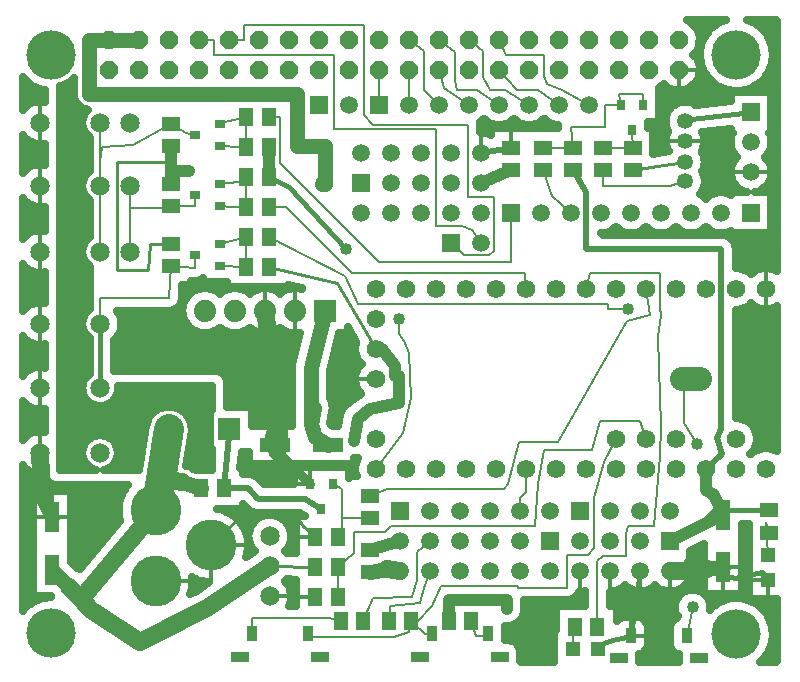
<source format=gtl>
G04 DipTrace 3.1.0.1*
G04 TeensyArbotixXYZRPIV0.3.gtl*
%MOIN*%
G04 #@! TF.FileFunction,Copper,L1,Top*
G04 #@! TF.Part,Single*
%AMOUTLINE0*5,1,8,0,0,0.065199,-22.499571*%
%AMOUTLINE1*
4,1,4,
-0.0175,-0.025,
-0.0175,0.025,
0.0175,0.025,
0.0175,-0.025,
-0.0175,-0.025,
0*%
%AMOUTLINE2*
4,1,4,
0.0285,-0.0155,
-0.0285,-0.0155,
-0.0285,0.0155,
0.0285,0.0155,
0.0285,-0.0155,
0*%
G04 #@! TA.AperFunction,ViaPad*
%ADD13C,0.04*%
G04 #@! TA.AperFunction,Conductor*
%ADD14C,0.015*%
%ADD15C,0.02*%
%ADD16C,0.01*%
%ADD17C,0.008*%
G04 #@! TA.AperFunction,ViaPad*
%ADD18C,0.05*%
G04 #@! TA.AperFunction,Conductor*
%ADD19C,0.1*%
%ADD20C,0.06*%
%ADD21C,0.059055*%
%ADD22C,0.031496*%
%ADD23C,0.051181*%
G04 #@! TA.AperFunction,CopperBalancing*
%ADD26C,0.025*%
%ADD27C,0.013*%
%ADD29R,0.05X0.1*%
%ADD30R,0.1X0.05*%
%ADD31R,0.059055X0.051181*%
G04 #@! TA.AperFunction,ComponentPad*
%ADD32R,0.059055X0.059055*%
%ADD33C,0.059055*%
%ADD36C,0.17*%
%ADD38C,0.065199*%
%ADD39R,0.047244X0.047244*%
G04 #@! TA.AperFunction,ComponentPad*
%ADD40C,0.05315*%
%ADD41R,0.035433X0.031496*%
G04 #@! TA.AperFunction,ComponentPad*
%ADD42R,0.074803X0.074803*%
%ADD43C,0.074803*%
%ADD44R,0.031496X0.035433*%
%ADD45R,0.051181X0.059055*%
G04 #@! TA.AperFunction,ComponentPad*
%ADD49O,0.14X0.08*%
%ADD50C,0.06194*%
%ADD51R,0.074X0.074*%
%ADD52C,0.074*%
G04 #@! TA.AperFunction,ViaPad*
%ADD54C,0.165*%
G04 #@! TA.AperFunction,ComponentPad*
%ADD111OUTLINE0*%
%ADD112OUTLINE1*%
%ADD113OUTLINE2*%
%FSLAX26Y26*%
G04*
G70*
G90*
G75*
G01*
G04 Top*
%LPD*%
X2923231Y941280D2*
D14*
X2738511D1*
X2681508Y884277D1*
X2770424Y926334D1*
X2713404Y1080033D2*
D13*
Y1009020D1*
X2741235Y992196D1*
X2770424Y926334D1*
X2593701Y838701D2*
X2770424Y926334D1*
X1538701Y1173701D2*
X1551864Y1247502D1*
X1593701Y1278701D1*
X1688701Y1298701D1*
Y1388701D1*
X1676226D1*
Y1422795D1*
X1633604Y1480033D1*
X1613404D1*
X1593701Y811103D2*
X1693701Y838701D1*
X1256103Y2153701D2*
Y2053701D1*
X2048701Y613701D2*
Y643701D1*
X1856299D1*
Y573701D1*
X1513701Y1813701D2*
D14*
X1323701Y2018701D1*
X1256103Y2053701D1*
X1613404Y1480033D2*
D16*
X1483701Y1698701D1*
X1256103Y1753701D1*
X1571103Y573701D2*
D17*
X1603701Y648701D1*
X1733701Y653701D1*
X1748701Y708701D1*
Y803701D1*
X1793701Y838701D1*
X2268701Y2076299D2*
D15*
X2313701Y2003701D1*
Y1812651D1*
X2763701D1*
Y1213615D1*
X2750981Y1184298D1*
X2765509Y1130080D1*
X2713404Y1080033D1*
X823229Y2510630D2*
D18*
X723229D1*
X1452492Y1159616D2*
X1408701Y1184616D1*
X1396345Y1228601D1*
Y1414600D1*
X1443335Y1607704D1*
X723229Y2510630D2*
X657701D1*
Y2328701D1*
X1348701D1*
Y2155547D1*
X1443701D1*
Y2028701D1*
X1433701D1*
X1405634Y1282352D2*
X1396345Y1228601D1*
X928701Y2156299D2*
D13*
Y2101542D1*
Y2031103D1*
Y2073701D1*
X988701D1*
X928701Y1831103D2*
D16*
X858701Y1828701D1*
X853701Y1743701D1*
X748701D1*
Y2101542D1*
X928701D1*
X1963701Y2033701D2*
D13*
X2063701Y2076299D1*
X2468701D2*
D16*
X2548701Y2088701D1*
X2643701Y2103701D1*
X1486103Y753701D2*
D17*
Y653701D1*
Y753701D2*
X1538701Y798701D1*
Y868701D1*
X1643701D1*
X1663701Y888701D1*
X2143727D1*
X2153701Y1028701D1*
X2174464Y1143500D1*
X2333773D1*
X2359244Y1238557D1*
X2494062D1*
X2513404Y1180033D1*
X1801201Y528701D2*
X1776103D1*
X1731103Y573701D1*
X1724450Y534906D1*
X1673482Y518701D1*
X1376201D1*
X1386201Y528701D1*
X1731103Y573701D2*
X1751248Y570033D1*
X1798701Y623701D1*
X1830966Y688646D1*
X2086902D1*
Y683701D1*
X2248701D1*
Y793701D1*
X2318701D1*
X2340774Y815774D1*
Y982984D1*
X2373891Y1103874D1*
X2413404Y1180033D1*
X1688701Y1579654D2*
Y1528701D1*
X1707164Y1506992D1*
X1717164Y1481992D1*
X1723848Y1465920D1*
X1730528Y1316595D1*
X1703654Y1197975D1*
X1613404Y1080033D1*
X1256103Y1853701D2*
X1508701Y1723701D1*
X1554679Y1628701D1*
X2387939D1*
Y1613701D1*
X2453701D1*
X2113404Y1080033D2*
Y1001404D1*
X2093701Y981701D1*
Y938701D1*
X1593701Y991103D2*
X1648701Y1013701D1*
X2038732D1*
X2053717Y1028685D1*
X2091780Y1170739D1*
X2219361D1*
X2450858Y1571704D1*
X2526936Y1592088D1*
X2513404Y1680033D1*
X2351782Y553541D2*
Y771782D1*
X2370649Y790649D1*
X2447624D1*
Y862618D1*
X2454725Y888664D1*
X2538841Y890932D1*
X2559894Y1123034D1*
X2563701Y1223701D1*
X2557440Y1420051D1*
X2553701Y1518701D1*
X2563701Y1593701D1*
X2561353Y1616255D1*
Y1731528D1*
X2326259D1*
X2313404Y1680033D1*
X2168701Y2076299D2*
X2198701Y1988701D1*
X2263701Y1933701D1*
X2113404Y1680033D2*
X2108701Y1733701D1*
X1533701D1*
X1313701Y1953701D1*
X1256103D1*
X2063701Y1933701D2*
Y1768701D1*
X1623701D1*
X1293701Y2098701D1*
Y2253701D1*
X1256103D1*
X693701Y1563701D2*
D14*
Y1348701D1*
X1010394Y1793701D2*
D17*
Y1748540D1*
X928701Y1756299D1*
X693701Y1563701D2*
Y1648701D1*
X923701D1*
X928701Y1756299D1*
X2918701Y708718D2*
D14*
X2898701Y735033D1*
X2808701Y715033D1*
X2770424Y724651D1*
Y751334D1*
X1277492Y1159616D2*
D18*
X1273701Y1188701D1*
D20*
X1289034Y1154630D1*
X1283655Y1139672D1*
D22*
X1393898Y1028701D1*
X1243335Y1607704D2*
D20*
X1291280Y1280191D1*
Y1160028D1*
D18*
X1277492D1*
Y1159616D1*
X2593701Y738701D2*
D21*
X2652801D1*
D20*
X2715819Y744752D1*
D18*
X2770424Y751334D1*
X2352002Y480973D2*
D14*
X2371869Y499029D1*
X2401587Y509658D1*
X2417370Y513226D1*
X2463701Y523701D1*
X2471614Y578129D1*
X2485135Y671125D1*
X2493701Y738701D1*
X493701Y1133701D2*
D20*
X498701Y988701D1*
D18*
X533701Y918701D1*
X1593701Y736299D2*
D23*
X1651727Y744941D1*
D21*
X1693701Y738701D1*
X1656299Y573701D2*
D17*
X1658701Y623701D1*
X1758701Y633701D1*
X1774877Y682229D1*
X1793701Y738701D1*
X1963701Y2133701D2*
D15*
X2022347Y2143906D1*
X2063701Y2151103D1*
X1259574Y655848D2*
D16*
X1411299Y653701D1*
Y853701D2*
X1369538Y890393D1*
X1348701Y920108D1*
X1158887D1*
X1063740Y824961D1*
X2643701Y2238701D2*
D14*
X2664903Y2245185D1*
X2809566Y2261878D1*
X2863701Y2268701D1*
X1931103Y573701D2*
D17*
X1945326Y523701D1*
X1988701D1*
X1993701Y528701D1*
X1986201D1*
X1181299Y2153701D2*
Y2253701D1*
X1083701Y2228701D1*
X1093071Y2231103D1*
Y2156299D2*
X1158701Y2153701D1*
X1181299D1*
X1201201Y528701D2*
Y581852D1*
X1457503D1*
X1496299Y573701D1*
X2368701Y2151103D2*
X2468701D1*
X2466299Y2211024D2*
X2468701Y2146103D1*
Y2151103D1*
X2269324Y480973D2*
Y553541D1*
X2276979D1*
X2503701Y2293701D2*
Y2328701D1*
X2423545D1*
X2428898Y2293701D1*
X2378453D1*
Y2218551D1*
X2263585D1*
X2268701Y2151103D1*
X2168701D2*
X2268701D1*
X1093071Y1956299D2*
X1133701Y1953701D1*
X1181299D1*
X1093071Y2031103D2*
X1183701Y2038701D1*
X1173701Y2053701D1*
X1181299D1*
Y1953701D2*
Y2053701D1*
X2368701Y2076299D2*
Y2023701D1*
X2593923D1*
X2643701Y2038701D1*
X2923231Y866477D2*
X2915160Y903499D1*
X2918701Y791395D1*
X1106083Y1015138D2*
D15*
X1122963Y1189070D1*
Y1211487D1*
X1106083Y1015138D2*
X1185887D1*
X1220420Y980605D1*
X1375341D1*
X1431299Y946024D1*
X1593701Y916299D2*
D17*
X1501103Y914533D1*
X1498701Y1013701D1*
X1468701Y1028701D1*
X1486103Y853701D2*
X1498701D1*
Y914533D1*
X1501103D1*
X1093071Y1831103D2*
X1181299Y1853701D1*
X1093071Y1756299D2*
X1181299Y1753701D1*
Y1853701D2*
Y1753701D1*
X2663404Y1380033D2*
X2640324Y1403113D1*
Y1234293D1*
X2681974Y1162998D1*
X2668701Y618701D2*
X2648701Y523701D1*
X2223701Y2293701D2*
X2153701Y2343701D1*
X2083701D1*
X2023229Y2410630D1*
X2323701Y2293701D2*
X2233701Y2343701D1*
X2183701Y2363701D1*
X2173701Y2388701D1*
Y2458701D1*
X2047805D1*
X2023229Y2510630D1*
X1623229Y2410630D2*
X1623701Y2293701D1*
X1723229Y2410630D2*
X1723701Y2293701D1*
X1923701D2*
X1838701Y2348701D1*
X1823229Y2410630D1*
X2023701Y2293701D2*
X1948701Y2343701D1*
X1883701D1*
X1875516Y2374246D1*
Y2468718D1*
X1823229Y2510630D1*
X2123701Y2293701D2*
X2043701Y2343701D1*
X1993701D1*
X1969079Y2386348D1*
Y2473866D1*
X1923229Y2510630D1*
X1123229D2*
X1173701D1*
Y2558701D1*
X1573957D1*
Y2258445D1*
X1604701Y2227701D1*
X1918701D1*
Y1985910D1*
X2007701D1*
Y1807701D1*
X1991701Y1791701D1*
X1905701D1*
X1863701Y1833701D1*
X1023229Y2510630D2*
X1073701D1*
Y2458701D1*
X1473701D1*
Y2211701D1*
X1813701D1*
Y1888701D1*
X1901081D1*
X1934231Y1876546D1*
X1963701Y1833701D1*
X1823701Y2293701D2*
X1773701Y2343701D1*
Y2473797D1*
X1723229Y2510630D1*
X593701Y1563701D2*
D20*
Y1348701D1*
Y1271587D1*
Y1133701D1*
Y1563701D2*
Y1803701D1*
Y2023701D1*
Y2233701D1*
Y1271587D2*
X778701D1*
X843701Y1328701D1*
X1008701Y1333701D1*
X1022963Y1211487D1*
X1259574Y755848D2*
X1050597Y614810D1*
X828368Y502853D1*
X663701Y608701D1*
X631725Y645677D1*
X591327Y686075D1*
D18*
X533701Y743701D1*
X878701Y943071D2*
D20*
X631725Y645677D1*
X922963Y1211487D2*
D19*
X897107Y1045364D1*
X878701Y943071D1*
X1031280Y1015138D2*
D23*
X966865Y1036054D1*
D20*
X897107Y1045364D1*
X1259574Y755848D2*
D16*
X1411299Y753701D1*
X693701Y2233701D2*
D17*
Y2106242D1*
Y2023701D1*
Y1803701D1*
X928701Y2231103D2*
X978701Y2198701D1*
X1010394Y2193701D1*
X928701Y2231103D2*
X804652Y2161150D1*
X699652Y2153691D1*
X693701Y2106242D1*
X793701Y2023701D2*
Y1803701D1*
Y1948701D1*
X928701D1*
Y1956299D1*
X1010394D1*
Y1993701D1*
D13*
X1513701Y1813701D3*
D18*
X1405634Y1282352D3*
D13*
X1688701Y1579654D3*
X2453701Y1613701D3*
X2681974Y1162998D3*
X2668701Y618701D3*
D54*
X2814961Y528402D3*
X531496Y531496D3*
Y2460630D3*
X2814961D3*
D13*
X1688701Y1388701D3*
X1538701Y1173701D3*
D18*
X1433701Y2028701D3*
D13*
X2048701Y613701D3*
X988701Y2073701D3*
X2682055Y2551332D2*
D26*
X2732388D1*
X2897539D2*
X2948698D1*
X2694184Y2526463D2*
X2710929D1*
X2918998D2*
X2948698D1*
X2931306Y2501595D2*
X2948698D1*
X2933675Y2426988D2*
X2948698D1*
X2923376Y2402120D2*
X2948698D1*
X2688191Y2377251D2*
X2724781D1*
X2905147D2*
X2948698D1*
X438719Y2352382D2*
X474914D1*
X2564498D2*
X2581962D1*
X2664507D2*
X2758404D1*
X2871523D2*
X2948698D1*
X438719Y2327513D2*
X507712D1*
X2560443D2*
X2793176D1*
X2934213D2*
X2948698D1*
X438719Y2302645D2*
X473837D1*
X2560443D2*
X2629113D1*
X2658299D2*
X2759050D1*
X2934213D2*
X2948698D1*
X2560443Y2277776D2*
X2589174D1*
X2934213D2*
X2948698D1*
X2560443Y2252907D2*
X2577691D1*
X2934213D2*
X2948698D1*
X1963689Y2228038D2*
X2003437D1*
X2043998D2*
X2103410D1*
X2143971D2*
X2203419D1*
X2523052D2*
X2577010D1*
X2934213D2*
X2948698D1*
X1963689Y2203170D2*
X1993174D1*
X2539236D2*
X2583182D1*
X2704590D2*
X2793176D1*
X2934213D2*
X2948698D1*
X2539236Y2178301D2*
X2576292D1*
X2711121D2*
X2793858D1*
X2933531D2*
X2948698D1*
X438719Y2153432D2*
X507712D1*
X2539236D2*
X2579378D1*
X2708035D2*
X2794898D1*
X2932490D2*
X2948698D1*
X438719Y2128563D2*
X507712D1*
X2706348D2*
X2806274D1*
X2921115D2*
X2948698D1*
X438719Y2103694D2*
X507712D1*
X2711264D2*
X2802865D1*
X2924524D2*
X2948698D1*
X2706348Y2078826D2*
X2793930D1*
X2933459D2*
X2948698D1*
X2709470Y2053957D2*
X2794791D1*
X2932598D2*
X2948698D1*
X2710547Y2029088D2*
X2805879D1*
X2921510D2*
X2948698D1*
X2701396Y2004219D2*
X2839538D1*
X2887886D2*
X2948698D1*
X2934213Y1979351D2*
X2948698D1*
X438719Y1954482D2*
X474950D1*
X2934213D2*
X2948698D1*
X438719Y1929613D2*
X507712D1*
X2934213D2*
X2948698D1*
X438719Y1904744D2*
X507712D1*
X2934213D2*
X2948698D1*
X438719Y1879876D2*
X507712D1*
X2934213D2*
X2948698D1*
X2789815Y1855007D2*
X2948698D1*
X2811453Y1830138D2*
X2948698D1*
X2814719Y1805269D2*
X2948698D1*
X2814719Y1780400D2*
X2948698D1*
X2814719Y1755532D2*
X2948698D1*
X438719Y1730663D2*
X507712D1*
X438719Y1705794D2*
X507712D1*
X999230D2*
X1034348D1*
X438719Y1680925D2*
X507712D1*
X970236D2*
X1022435D1*
X1064252D2*
X1122444D1*
X1164225D2*
X1222417D1*
X1264235D2*
X1322427D1*
X438719Y1656057D2*
X507712D1*
X969087D2*
X982855D1*
X438719Y1631188D2*
X468814D1*
X929363Y1606319D2*
X965343D1*
X2814719D2*
X2948698D1*
X765050Y1581450D2*
X970044D1*
X2814719D2*
X2948698D1*
X766952Y1556582D2*
X985259D1*
X2814719D2*
X2948698D1*
X759703Y1531713D2*
X1356983D1*
X1492709D2*
X1529658D1*
X2814719D2*
X2948698D1*
X742192Y1506844D2*
X1350955D1*
X1486645D2*
X1544442D1*
X2814719D2*
X2948698D1*
X438719Y1481975D2*
X507712D1*
X742192D2*
X1344890D1*
X1480580D2*
X1541464D1*
X2814719D2*
X2948698D1*
X438719Y1457107D2*
X507712D1*
X742192D2*
X1338826D1*
X1474552D2*
X1545339D1*
X2814719D2*
X2948698D1*
X438719Y1432238D2*
X507712D1*
X742192D2*
X1332797D1*
X1468487D2*
X1560482D1*
X2814719D2*
X2948698D1*
X742192Y1407369D2*
X1330357D1*
X1462423D2*
X1547026D1*
X2814719D2*
X2948698D1*
X1117145Y1382500D2*
X1330357D1*
X1462351D2*
X1541464D1*
X2814719D2*
X2948698D1*
X1119693Y1357631D2*
X1330357D1*
X1462351D2*
X1545160D1*
X2814719D2*
X2948698D1*
X1119693Y1332763D2*
X1330357D1*
X1462351D2*
X1559980D1*
X2814719D2*
X2948698D1*
X1119693Y1307894D2*
X1330357D1*
X1466263D2*
X1532493D1*
X2814719D2*
X2948698D1*
X438719Y1283025D2*
X463969D1*
X1201366D2*
X1330357D1*
X1471645D2*
X1502888D1*
X2814719D2*
X2948698D1*
X438719Y1258156D2*
X507712D1*
X1201366D2*
X1330357D1*
X1468380D2*
X1491836D1*
X2814719D2*
X2948698D1*
X438719Y1233288D2*
X507712D1*
X1201366D2*
X1330357D1*
X1464110D2*
X1487422D1*
X2860507D2*
X2948698D1*
X438719Y1208419D2*
X507712D1*
X2879310D2*
X2948698D1*
X2885303Y1183550D2*
X2948698D1*
X2882001Y1158681D2*
X2948698D1*
X1168819Y1133813D2*
X1186497D1*
X1166414Y1108944D2*
X1186497D1*
X1164010Y1084075D2*
X1337139D1*
X1525436D2*
X1541536D1*
X438719Y1059206D2*
X507963D1*
X1208650D2*
X1337139D1*
X1525436D2*
X1544622D1*
X438719Y1034337D2*
X521312D1*
X1237788D2*
X1337139D1*
X438719Y1009469D2*
X772071D1*
X438719Y984600D2*
X467701D1*
X599695D2*
X759906D1*
X438719Y959731D2*
X467701D1*
X599695D2*
X753842D1*
X438719Y934862D2*
X467701D1*
X599695D2*
X752981D1*
X1122564D2*
X1201784D1*
X438719Y909994D2*
X467701D1*
X599695D2*
X757215D1*
X1155793D2*
X1211006D1*
X1308157D2*
X1344711D1*
X438719Y885125D2*
X467701D1*
X599695D2*
X739022D1*
X1174094D2*
X1192275D1*
X1326853D2*
X1344711D1*
X2836429D2*
X2852708D1*
X438719Y860256D2*
X467701D1*
X599695D2*
X718388D1*
X2836429D2*
X2852708D1*
X438719Y835387D2*
X467701D1*
X599695D2*
X697719D1*
X1330154D2*
X1344711D1*
X2836429D2*
X2852708D1*
X438719Y810519D2*
X467701D1*
X599695D2*
X677085D1*
X1188878D2*
X1202286D1*
X1316841D2*
X1344711D1*
X2671038D2*
X2704434D1*
X2836429D2*
X2852708D1*
X438719Y785650D2*
X467701D1*
X599695D2*
X656416D1*
X2664220D2*
X2704434D1*
X2836429D2*
X2854071D1*
X438719Y760781D2*
X467701D1*
X608918D2*
X635783D1*
X2660560D2*
X2704434D1*
X2836429D2*
X2854071D1*
X438719Y735912D2*
X467701D1*
X2664184D2*
X2704434D1*
X2836429D2*
X2854071D1*
X438719Y711044D2*
X467701D1*
X1317271D2*
X1344711D1*
X2658335D2*
X2704434D1*
X2836429D2*
X2854071D1*
X438719Y686175D2*
X467701D1*
X1002962D2*
X1031406D1*
X1326386D2*
X1344711D1*
X2639424D2*
X2704434D1*
X2836429D2*
X2854071D1*
X438719Y661306D2*
X467701D1*
X2287329D2*
X2306766D1*
X2396775D2*
X2626099D1*
X2711300D2*
X2854071D1*
X438719Y636437D2*
X468778D1*
X1330477D2*
X1344711D1*
X2109702D2*
X2306766D1*
X2396775D2*
X2610454D1*
X2726946D2*
X2757974D1*
X2871954D2*
X2948698D1*
X2109666Y611568D2*
X2210381D1*
X2418378D2*
X2608121D1*
X2905362D2*
X2948698D1*
X2103099Y586700D2*
X2210381D1*
X2418378D2*
X2437492D1*
X2489895D2*
X2616016D1*
X2923484D2*
X2948698D1*
X2078267Y561831D2*
X2210381D1*
X2519894D2*
X2592512D1*
X2933746D2*
X2948698D1*
X2044716Y536962D2*
X2204711D1*
X2522191D2*
X2590215D1*
X2044716Y512093D2*
X2204711D1*
X2522191D2*
X2590215D1*
X2091975Y487225D2*
X2204711D1*
X2520468D2*
X2591937D1*
X2931235D2*
X2948698D1*
X2096210Y462356D2*
X2204711D1*
X2496390D2*
X2616016D1*
X2918854D2*
X2948698D1*
X2096174Y437487D2*
X2204711D1*
X2492694D2*
X2619712D1*
X2897324D2*
X2944679D1*
X597201Y830227D2*
Y770014D1*
X618059Y749146D1*
X625487Y745395D1*
X760347Y907775D1*
X756904Y922633D1*
X755722Y931741D1*
X755220Y940911D1*
X755401Y950094D1*
X756264Y959237D1*
X757804Y968292D1*
X760012Y977206D1*
X762877Y985932D1*
X766383Y994421D1*
X770509Y1002626D1*
X775234Y1010502D1*
X780531Y1018004D1*
X786496Y1025222D1*
X545680Y1025320D1*
X539713Y1026265D1*
X533968Y1028132D1*
X528585Y1030874D1*
X523697Y1034425D1*
X519425Y1038697D1*
X515874Y1043585D1*
X513132Y1048968D1*
X511265Y1054713D1*
X510320Y1060680D1*
X510201Y1063713D1*
X509708Y1064426D1*
X502475Y1063145D1*
X495148Y1062616D1*
X487806Y1062846D1*
X480526Y1063833D1*
X473388Y1065565D1*
X466466Y1068024D1*
X459835Y1071185D1*
X453565Y1075013D1*
X447724Y1079467D1*
X442374Y1084501D1*
X437571Y1090059D1*
X436199Y1091891D1*
X436201Y606059D1*
X441358Y612218D1*
X447740Y618822D1*
X454605Y624924D1*
X461912Y630487D1*
X469621Y635479D1*
X477686Y639873D1*
X486061Y643642D1*
X494698Y646765D1*
X503547Y649224D1*
X512557Y651005D1*
X521675Y652097D1*
X531604Y652470D1*
X530196Y655187D1*
X470201Y655201D1*
Y1007201D1*
X597201D1*
X597194Y830201D1*
X1469312Y1223116D2*
X1488116D1*
X1494814Y1260449D1*
X1497542Y1269214D1*
X1501608Y1277445D1*
X1506910Y1284938D1*
X1513320Y1291509D1*
X1531620Y1305381D1*
X1560660Y1326977D1*
X1564565Y1329429D1*
X1564400Y1330792D1*
X1559475Y1336242D1*
X1555152Y1342181D1*
X1551481Y1348544D1*
X1548502Y1355258D1*
X1546249Y1362250D1*
X1544747Y1369440D1*
X1544012Y1376749D1*
X1544053Y1384095D1*
X1544870Y1391395D1*
X1546453Y1398568D1*
X1548784Y1405534D1*
X1551838Y1412214D1*
X1555580Y1418535D1*
X1559969Y1424426D1*
X1565179Y1430032D1*
X1560579Y1434916D1*
X1554172Y1443735D1*
X1549223Y1453448D1*
X1545854Y1463816D1*
X1544149Y1474582D1*
Y1485484D1*
X1545854Y1496250D1*
X1548389Y1504359D1*
X1518819Y1554227D1*
X1518835Y1532204D1*
X1490307D1*
X1459838Y1406955D1*
X1459845Y1315452D1*
X1462612Y1310383D1*
X1466296Y1301125D1*
X1468486Y1291404D1*
X1469128Y1281460D1*
X1468207Y1271539D1*
X1461369Y1231971D1*
X1462788Y1226877D1*
X1469321Y1223128D1*
X1540992Y1115212D2*
Y1096116D1*
X1188992D1*
Y1135581D1*
X1166534Y1135585D1*
X1161415Y1083165D1*
X1170174D1*
X1170387Y1063638D1*
X1189693Y1063489D1*
X1197209Y1062298D1*
X1204448Y1059946D1*
X1211229Y1056491D1*
X1217386Y1052018D1*
X1240507Y1029108D1*
X1339663Y1029105D1*
X1339650Y1084917D1*
X1522949D1*
Y1048638D1*
X1523431Y1048265D1*
X1525674Y1055193D1*
X1548532D1*
X1545854Y1063816D1*
X1544149Y1074582D1*
Y1085484D1*
X1545854Y1096250D1*
X1549223Y1106618D1*
X1554172Y1116331D1*
X1554965Y1117518D1*
X1546729Y1115754D1*
X1542140Y1115303D1*
X1198861Y1223116D2*
X1333082D1*
X1332845Y1246974D1*
X1333057Y1419777D1*
X1334646Y1429614D1*
X1360074Y1534109D1*
X1353500Y1532891D1*
X1344345Y1532210D1*
X1335174Y1532646D1*
X1326125Y1534191D1*
X1317329Y1536824D1*
X1308919Y1540504D1*
X1301017Y1545178D1*
X1293741Y1550777D1*
X1293339Y1551135D1*
X1287310Y1546332D1*
X1279536Y1541449D1*
X1271227Y1537545D1*
X1262505Y1534678D1*
X1253500Y1532891D1*
X1244345Y1532210D1*
X1235174Y1532646D1*
X1226125Y1534191D1*
X1217329Y1536824D1*
X1208919Y1540504D1*
X1201017Y1545178D1*
X1193741Y1550777D1*
X1193339Y1551135D1*
X1187713Y1546623D1*
X1182783Y1543329D1*
X1177611Y1540433D1*
X1172227Y1537951D1*
X1166666Y1535899D1*
X1160960Y1534290D1*
X1155146Y1533133D1*
X1149259Y1532436D1*
X1143335Y1532204D1*
X1137411Y1532436D1*
X1131524Y1533133D1*
X1125710Y1534290D1*
X1120004Y1535899D1*
X1114442Y1537951D1*
X1109059Y1540433D1*
X1103886Y1543329D1*
X1098957Y1546623D1*
X1093366Y1551158D1*
X1087713Y1546623D1*
X1082783Y1543329D1*
X1077611Y1540433D1*
X1072227Y1537951D1*
X1066666Y1535899D1*
X1060960Y1534290D1*
X1055146Y1533133D1*
X1049259Y1532436D1*
X1043335Y1532204D1*
X1037411Y1532436D1*
X1031524Y1533133D1*
X1025710Y1534290D1*
X1020004Y1535899D1*
X1014442Y1537951D1*
X1009059Y1540433D1*
X1003886Y1543329D1*
X998957Y1546623D1*
X994302Y1550293D1*
X989948Y1554317D1*
X985924Y1558670D1*
X982254Y1563326D1*
X978961Y1568255D1*
X976064Y1573427D1*
X973582Y1578811D1*
X971530Y1584373D1*
X969921Y1590078D1*
X968764Y1595893D1*
X968068Y1601780D1*
X967835Y1607704D1*
X968068Y1613627D1*
X968764Y1619514D1*
X969921Y1625329D1*
X971530Y1631034D1*
X973582Y1636596D1*
X976064Y1641980D1*
X978961Y1647152D1*
X982254Y1652081D1*
X985924Y1656737D1*
X989948Y1661090D1*
X994302Y1665114D1*
X998957Y1668784D1*
X1003886Y1672078D1*
X1009059Y1674975D1*
X1014442Y1677457D1*
X1020004Y1679508D1*
X1025710Y1681118D1*
X1031524Y1682274D1*
X1037411Y1682971D1*
X1043335Y1683204D1*
X1049259Y1682971D1*
X1055146Y1682274D1*
X1060960Y1681118D1*
X1066666Y1679508D1*
X1072227Y1677457D1*
X1077611Y1674975D1*
X1082783Y1672078D1*
X1087713Y1668784D1*
X1093303Y1664250D1*
X1098957Y1668784D1*
X1103886Y1672078D1*
X1109059Y1674975D1*
X1114442Y1677457D1*
X1120004Y1679508D1*
X1125710Y1681118D1*
X1131524Y1682274D1*
X1137411Y1682971D1*
X1143335Y1683204D1*
X1149259Y1682971D1*
X1155146Y1682274D1*
X1160960Y1681118D1*
X1166666Y1679508D1*
X1172227Y1677457D1*
X1177611Y1674975D1*
X1182783Y1672078D1*
X1187713Y1668784D1*
X1193303Y1664250D1*
X1199212Y1668969D1*
X1206974Y1673871D1*
X1215273Y1677795D1*
X1223988Y1680683D1*
X1232989Y1682491D1*
X1242143Y1683194D1*
X1251314Y1682781D1*
X1260367Y1681257D1*
X1269169Y1678646D1*
X1277589Y1674986D1*
X1285502Y1670331D1*
X1292791Y1664750D1*
X1293466Y1664390D1*
X1300715Y1670024D1*
X1308594Y1674736D1*
X1316987Y1678457D1*
X1325770Y1681132D1*
X1334812Y1682721D1*
X1343980Y1683201D1*
X1353139Y1682564D1*
X1362152Y1680821D1*
X1367835Y1679185D1*
Y1681964D1*
X1320185Y1693463D1*
X1320193Y1685673D1*
X1117209D1*
Y1702072D1*
X1036855Y1702051D1*
Y1715292D1*
X1032012Y1711948D1*
X1026021Y1709017D1*
X1019646Y1707059D1*
X1013043Y1706122D1*
X1006375Y1706230D1*
X996694Y1707150D1*
X996729Y1692209D1*
X968272D1*
X965870Y1643403D1*
X964522Y1636872D1*
X962169Y1630632D1*
X958868Y1624837D1*
X954702Y1619629D1*
X949773Y1615137D1*
X944201Y1611472D1*
X938125Y1608723D1*
X931693Y1606959D1*
X925052Y1606223D1*
X750703Y1606201D1*
X754323Y1600851D1*
X759389Y1590910D1*
X762836Y1580299D1*
X764582Y1569279D1*
Y1558123D1*
X762836Y1547103D1*
X759389Y1536492D1*
X754323Y1526551D1*
X747766Y1517525D1*
X739877Y1509636D1*
X739701Y1508583D1*
Y1407210D1*
X1081722Y1407082D1*
X1087689Y1406137D1*
X1093434Y1404270D1*
X1098817Y1401528D1*
X1103705Y1397977D1*
X1107977Y1393705D1*
X1111528Y1388817D1*
X1114270Y1383434D1*
X1116137Y1377689D1*
X1117082Y1371722D1*
X1117201Y1322769D1*
Y1287423D1*
X1198865Y1287389D1*
Y1223120D1*
X1997511Y2215193D2*
X2221207Y2215336D1*
X2221226Y2222006D1*
X2221630Y2225331D1*
X2213059Y2226511D1*
X2202679Y2229003D1*
X2192817Y2233088D1*
X2183715Y2238666D1*
X2175598Y2245598D1*
X2173743Y2247605D1*
X2167881Y2241972D1*
X2159245Y2235698D1*
X2149734Y2230852D1*
X2139582Y2227553D1*
X2129038Y2225883D1*
X2118364D1*
X2107820Y2227553D1*
X2097668Y2230852D1*
X2088157Y2235698D1*
X2079521Y2241972D1*
X2073743Y2247605D1*
X2067881Y2241972D1*
X2059245Y2235698D1*
X2049734Y2230852D1*
X2039582Y2227553D1*
X2029038Y2225883D1*
X2018364D1*
X2007820Y2227553D1*
X1997668Y2230852D1*
X1988157Y2235698D1*
X1979521Y2241972D1*
X1973743Y2247605D1*
X1967881Y2241972D1*
X1960304Y2236405D1*
X1961070Y2231036D1*
X1961201Y2201685D1*
X1968322Y2201571D1*
X1975613Y2200678D1*
X1982765Y2199003D1*
X1989695Y2196567D1*
X1995668Y2193743D1*
X1995674Y2215193D1*
X1997511D1*
X2833924Y895303D2*
Y662833D1*
X2707102D1*
X2713185Y656694D1*
X2718580Y649267D1*
X2722748Y641088D1*
X2725585Y632358D1*
X2727021Y623291D1*
Y614111D1*
X2726668Y611135D1*
X2731204Y615728D1*
X2738069Y621829D1*
X2745377Y627392D1*
X2753085Y632385D1*
X2761151Y636778D1*
X2769526Y640547D1*
X2778162Y643670D1*
X2787011Y646130D1*
X2796021Y647910D1*
X2805140Y649003D1*
X2814316Y649400D1*
X2823495Y649100D1*
X2832625Y648106D1*
X2841653Y646421D1*
X2850528Y644056D1*
X2859197Y641026D1*
X2867612Y637346D1*
X2875724Y633039D1*
X2883485Y628129D1*
X2890852Y622644D1*
X2897781Y616616D1*
X2904233Y610080D1*
X2910171Y603074D1*
X2915561Y595638D1*
X2920371Y587814D1*
X2924573Y579647D1*
X2928144Y571186D1*
X2931063Y562478D1*
X2933314Y553574D1*
X2934882Y544525D1*
X2935759Y535382D1*
X2935961Y528402D1*
X2935612Y519224D1*
X2934569Y510100D1*
X2932836Y501080D1*
X2930424Y492219D1*
X2927347Y483565D1*
X2923623Y475170D1*
X2919272Y467082D1*
X2914321Y459347D1*
X2908797Y452009D1*
X2902732Y445112D1*
X2893166Y436183D1*
X2941518Y436280D1*
X2945932Y436970D1*
X2948416Y438404D1*
X2949879Y440134D1*
X2950750Y443054D1*
X2951202Y446487D1*
Y646582D1*
X2856579Y646596D1*
Y802369D1*
X2855204Y802386D1*
Y895290D1*
X2833915Y895280D1*
X2706924Y662984D2*
Y829544D1*
X2661742Y807143D1*
X2661729Y770673D1*
X2653727D1*
X2657162Y763205D1*
X2659434Y756220D1*
X2660940Y749030D1*
X2661662Y741720D1*
X2661505Y733195D1*
X2660516Y725917D1*
X2658749Y718787D1*
X2656222Y711890D1*
X2652967Y705305D1*
X2649021Y699109D1*
X2644429Y693376D1*
X2639247Y688170D1*
X2633533Y683554D1*
X2627355Y679581D1*
X2620784Y676297D1*
X2613898Y673741D1*
X2606776Y671942D1*
X2599502Y670921D1*
X2592160Y670691D1*
X2584836Y671254D1*
X2577615Y672603D1*
X2570582Y674722D1*
X2563819Y677588D1*
X2557404Y681166D1*
X2551412Y685415D1*
X2545913Y690286D1*
X2543707Y692574D1*
X2537865Y686959D1*
X2532029Y682499D1*
X2525746Y678694D1*
X2519089Y675588D1*
X2512136Y673219D1*
X2504968Y671613D1*
X2497669Y670789D1*
X2490324Y670757D1*
X2483018Y671518D1*
X2475836Y673061D1*
X2468863Y675370D1*
X2462179Y678417D1*
X2455863Y682167D1*
X2449988Y686577D1*
X2443707Y692574D1*
X2437865Y686959D1*
X2432029Y682499D1*
X2425746Y678694D1*
X2419089Y675588D1*
X2412136Y673219D1*
X2404968Y671613D1*
X2397669Y670789D1*
X2394277Y670679D1*
X2394283Y621535D1*
X2415873Y621568D1*
X2416074Y572672D1*
X2419802Y576725D1*
X2424071Y580205D1*
X2428792Y583040D1*
X2433870Y585173D1*
X2439199Y586559D1*
X2444673Y587171D1*
X2483192Y587150D1*
X2488657Y586472D1*
X2493970Y585022D1*
X2499021Y582829D1*
X2503708Y579937D1*
X2507934Y576406D1*
X2511614Y572309D1*
X2514671Y567728D1*
X2517043Y562758D1*
X2518682Y557501D1*
X2519554Y552063D1*
X2519701Y537677D1*
X2519511Y494879D1*
X2518574Y489452D1*
X2516872Y484214D1*
X2514440Y479273D1*
X2511328Y474730D1*
X2507600Y470677D1*
X2503331Y467197D1*
X2498610Y464362D1*
X2493532Y462229D1*
X2491772Y461681D1*
X2490201Y455515D1*
Y436188D1*
X2622221Y436201D1*
X2622201Y461273D1*
X2616468Y463132D1*
X2611085Y465874D1*
X2606197Y469425D1*
X2601925Y473697D1*
X2598374Y478585D1*
X2595632Y483968D1*
X2593765Y489713D1*
X2592820Y495680D1*
X2592701Y544633D1*
X2592820Y551722D1*
X2593765Y557689D1*
X2595632Y563434D1*
X2598374Y568817D1*
X2601925Y573705D1*
X2606197Y577977D1*
X2611085Y581528D1*
X2616479Y584275D1*
X2618468Y586392D1*
X2618822Y588135D1*
X2614654Y596314D1*
X2611817Y605044D1*
X2610381Y614111D1*
Y623291D1*
X2611817Y632358D1*
X2614654Y641088D1*
X2618822Y649267D1*
X2624217Y656694D1*
X2630708Y663185D1*
X2638135Y668580D1*
X2646314Y672748D1*
X2655044Y675585D1*
X2664111Y677021D1*
X2673291D1*
X2682358Y675585D1*
X2691088Y672748D1*
X2699267Y668580D1*
X2706694Y663185D1*
X2309279Y672487D2*
X2301330Y671103D1*
X2293997Y670674D1*
X2289199Y670828D1*
X2286569Y664406D1*
X2283084Y658720D1*
X2278753Y653649D1*
X2273682Y649318D1*
X2267996Y645833D1*
X2261834Y643281D1*
X2255349Y641724D1*
X2248688Y641201D1*
X2107210D1*
X2107021Y609111D1*
X2105585Y600044D1*
X2102748Y591314D1*
X2098580Y583135D1*
X2093185Y575708D1*
X2086694Y569217D1*
X2079267Y563822D1*
X2071088Y559654D1*
X2062358Y556817D1*
X2053291Y555381D1*
X2044093Y555383D1*
X2042201Y553701D1*
Y508236D1*
X2058222Y508082D1*
X2064189Y507137D1*
X2069934Y505270D1*
X2075317Y502528D1*
X2080205Y498977D1*
X2084477Y494705D1*
X2088028Y489817D1*
X2090770Y484434D1*
X2092637Y478689D1*
X2093582Y472722D1*
X2093701Y438689D1*
X2099209Y436201D1*
X2207184D1*
X2207202Y543095D1*
X2212908D1*
X2212889Y621568D1*
X2309310D1*
X2309282Y672497D1*
X2803658Y2200673D2*
X2795674D1*
Y2213986D1*
X2701804Y2203007D1*
X2704736Y2196272D1*
X2706891Y2189250D1*
X2708241Y2182030D1*
X2708776Y2173701D1*
X2708361Y2166368D1*
X2707123Y2159127D1*
X2705077Y2152073D1*
X2702248Y2145294D1*
X2698560Y2138703D1*
X2701683Y2133244D1*
X2705591Y2123810D1*
X2707975Y2113881D1*
X2708776Y2103701D1*
X2707975Y2093521D1*
X2705591Y2083592D1*
X2701683Y2074158D1*
X2700054Y2071249D1*
X2703822Y2063604D1*
X2706978Y2053892D1*
X2708575Y2043807D1*
Y2033595D1*
X2706978Y2023510D1*
X2703822Y2013798D1*
X2699186Y2004700D1*
X2693184Y1996438D1*
X2692277Y1995456D1*
X2699245Y1991704D1*
X2707881Y1985430D1*
X2713659Y1979797D1*
X2719521Y1985430D1*
X2728157Y1991704D1*
X2737668Y1996550D1*
X2747820Y1999849D1*
X2758364Y2001519D1*
X2769038D1*
X2779582Y1999849D1*
X2789734Y1996550D1*
X2795659Y1993712D1*
X2795674Y2001728D1*
X2851207Y2001831D1*
X2844070Y2003568D1*
X2837162Y2006064D1*
X2830563Y2009290D1*
X2824350Y2013210D1*
X2818597Y2017776D1*
X2813369Y2022936D1*
X2808728Y2028630D1*
X2804728Y2034791D1*
X2801415Y2041347D1*
X2798829Y2048222D1*
X2796999Y2055336D1*
X2795947Y2062606D1*
X2795685Y2069947D1*
X2796216Y2077273D1*
X2797533Y2084499D1*
X2799622Y2091542D1*
X2802459Y2098317D1*
X2806009Y2104748D1*
X2810232Y2110758D1*
X2815078Y2116278D1*
X2817577Y2118701D1*
X2811972Y2124521D1*
X2805698Y2133157D1*
X2800852Y2142668D1*
X2797553Y2152820D1*
X2795883Y2163364D1*
Y2174038D1*
X2797553Y2184582D1*
X2800852Y2194734D1*
X2803690Y2200659D1*
X1002187Y705013D2*
X1001532Y694013D1*
X999899Y683115D1*
X997300Y672405D1*
X994185Y663090D1*
X1015885Y674025D1*
X1056804Y701640D1*
X1046504Y702670D1*
X1035671Y704693D1*
X1025062Y707674D1*
X1014761Y711589D1*
X1004850Y716406D1*
X1001678Y718188D1*
X1002201Y706851D1*
X1002187Y705013D1*
X1187227Y823124D2*
X1186571Y812123D1*
X1184938Y801225D1*
X1182340Y790516D1*
X1180678Y785238D1*
X1205509Y802024D1*
X1209047Y805851D1*
X1202053Y814057D1*
X1196223Y823569D1*
X1191954Y833877D1*
X1189349Y844726D1*
X1188474Y855848D1*
X1189349Y866970D1*
X1191954Y877819D1*
X1196223Y888127D1*
X1202053Y897639D1*
X1209299Y906123D1*
X1217782Y913369D1*
X1227295Y919198D1*
X1237603Y923468D1*
X1248451Y926072D1*
X1259574Y926948D1*
X1270696Y926072D1*
X1281545Y923468D1*
X1291852Y919198D1*
X1301365Y913369D1*
X1309849Y906123D1*
X1317095Y897639D1*
X1322924Y888127D1*
X1327194Y877819D1*
X1329798Y866970D1*
X1330673Y855848D1*
X1329798Y844726D1*
X1327194Y833877D1*
X1322924Y823569D1*
X1317095Y814057D1*
X1310100Y805845D1*
X1316379Y798547D1*
X1347200Y798112D1*
X1347209Y921728D1*
X1377058D1*
X1374545Y924084D1*
X1361571Y932101D1*
X1216615Y932255D1*
X1209098Y933445D1*
X1201860Y935797D1*
X1195079Y939252D1*
X1188922Y943725D1*
X1170165Y962271D1*
X1170174Y947110D1*
X1082475Y947032D1*
X1093282Y944876D1*
X1103854Y941765D1*
X1114106Y937724D1*
X1123958Y932785D1*
X1133330Y926988D1*
X1142147Y920379D1*
X1150341Y913010D1*
X1157845Y904939D1*
X1164600Y896232D1*
X1170552Y886958D1*
X1175653Y877190D1*
X1179863Y867006D1*
X1183149Y856487D1*
X1185484Y845717D1*
X1186849Y834782D1*
X1187240Y824961D1*
X1187227Y823124D1*
X510203Y1494548D2*
X502475Y1493145D1*
X495148Y1492616D1*
X487806Y1492846D1*
X480526Y1493833D1*
X473388Y1495565D1*
X466466Y1498024D1*
X459835Y1501185D1*
X453565Y1505013D1*
X447724Y1509467D1*
X442374Y1514501D1*
X437571Y1520059D1*
X436199Y1521891D1*
X436299Y1390655D1*
X440934Y1396354D1*
X446133Y1401544D1*
X451839Y1406170D1*
X457992Y1410183D1*
X464526Y1413539D1*
X471372Y1416203D1*
X478456Y1418147D1*
X485702Y1419349D1*
X493035Y1419798D1*
X500374Y1419487D1*
X507642Y1418421D1*
X510199Y1417854D1*
X510201Y1494562D1*
X436203Y1605521D2*
X440934Y1611354D1*
X446133Y1616544D1*
X451839Y1621170D1*
X457992Y1625183D1*
X464526Y1628539D1*
X471372Y1631203D1*
X478456Y1633147D1*
X485702Y1634349D1*
X493035Y1634798D1*
X500374Y1634487D1*
X507642Y1633421D1*
X510199Y1632854D1*
X510201Y1734556D1*
X502475Y1733145D1*
X495148Y1732616D1*
X487806Y1732846D1*
X480526Y1733833D1*
X473388Y1735565D1*
X466466Y1738024D1*
X459835Y1741185D1*
X453565Y1745013D1*
X447724Y1749467D1*
X442374Y1754501D1*
X437571Y1760059D1*
X436199Y1761891D1*
X436202Y1605505D1*
X510203Y1279548D2*
X502475Y1278145D1*
X495148Y1277616D1*
X487806Y1277846D1*
X480526Y1278833D1*
X473388Y1280565D1*
X466466Y1283024D1*
X459835Y1286185D1*
X453565Y1290013D1*
X447724Y1294467D1*
X442374Y1299501D1*
X437571Y1305059D1*
X436199Y1306891D1*
X436299Y1175655D1*
X440934Y1181354D1*
X446133Y1186544D1*
X451839Y1191170D1*
X457992Y1195183D1*
X464526Y1198539D1*
X471372Y1201203D1*
X478456Y1203147D1*
X485702Y1204349D1*
X493035Y1204798D1*
X500374Y1204487D1*
X507642Y1203421D1*
X510199Y1202854D1*
X510201Y1279544D1*
X1330650Y654011D2*
X1330081Y646687D1*
X1328759Y639461D1*
X1326699Y632410D1*
X1323311Y624351D1*
X1347214Y624352D1*
X1347209Y711115D1*
X1315206Y711556D1*
X1310164Y705806D1*
X1315049Y700319D1*
X1319341Y694358D1*
X1322996Y687986D1*
X1325973Y681270D1*
X1328242Y674284D1*
X1329777Y667100D1*
X1330564Y659797D1*
X1330650Y654011D1*
X436203Y1845521D2*
X440934Y1851354D1*
X446133Y1856544D1*
X451839Y1861170D1*
X457992Y1865183D1*
X464526Y1868539D1*
X471372Y1871203D1*
X478456Y1873147D1*
X485702Y1874349D1*
X493035Y1874798D1*
X500374Y1874487D1*
X507642Y1873421D1*
X510199Y1872854D1*
X510201Y1954526D1*
X502475Y1953145D1*
X495148Y1952616D1*
X487806Y1952846D1*
X480526Y1953833D1*
X473388Y1955565D1*
X466466Y1958024D1*
X459835Y1961185D1*
X453565Y1965013D1*
X447724Y1969467D1*
X442374Y1974501D1*
X437571Y1980059D1*
X436199Y1981891D1*
X436202Y1845499D1*
X436203Y2065521D2*
X440934Y2071354D1*
X446133Y2076544D1*
X451839Y2081170D1*
X457992Y2085183D1*
X464526Y2088539D1*
X471372Y2091203D1*
X478456Y2093147D1*
X485702Y2094349D1*
X493035Y2094798D1*
X500374Y2094487D1*
X507642Y2093421D1*
X510199Y2092854D1*
X510201Y2164520D1*
X502475Y2163145D1*
X495148Y2162616D1*
X487806Y2162846D1*
X480526Y2163833D1*
X473388Y2165565D1*
X466466Y2168024D1*
X459835Y2171185D1*
X453565Y2175013D1*
X447724Y2179467D1*
X442374Y2184501D1*
X437571Y2190059D1*
X436199Y2191891D1*
X436202Y2065541D1*
X436203Y2275521D2*
X440934Y2281354D1*
X446133Y2286544D1*
X451839Y2291170D1*
X457992Y2295183D1*
X464526Y2298539D1*
X471372Y2301203D1*
X478456Y2303147D1*
X485702Y2304349D1*
X493035Y2304798D1*
X500374Y2304487D1*
X507642Y2303421D1*
X510199Y2302854D1*
X510201Y2341501D1*
X501409Y2343430D1*
X492607Y2346050D1*
X484028Y2349330D1*
X475723Y2353251D1*
X467739Y2357790D1*
X460123Y2362922D1*
X452917Y2368617D1*
X446165Y2374842D1*
X439904Y2381562D1*
X436209Y2386186D1*
X436202Y2275535D1*
X2588629Y2139045D2*
X2584583Y2146502D1*
X2581894Y2153337D1*
X2579993Y2160432D1*
X2578904Y2167696D1*
X2578640Y2175037D1*
X2579205Y2182360D1*
X2580592Y2189573D1*
X2582782Y2196584D1*
X2585749Y2203303D1*
X2587348Y2206249D1*
X2583580Y2213798D1*
X2580424Y2223510D1*
X2578827Y2233595D1*
Y2243807D1*
X2580424Y2253892D1*
X2583580Y2263604D1*
X2588216Y2272702D1*
X2594218Y2280964D1*
X2601438Y2288184D1*
X2609700Y2294186D1*
X2618798Y2298822D1*
X2628510Y2301978D1*
X2638595Y2303575D1*
X2648807D1*
X2658892Y2301978D1*
X2668604Y2298822D1*
X2677702Y2294186D1*
X2679246Y2293155D1*
X2795674Y2306567D1*
Y2336728D1*
X2931729D1*
Y2200673D1*
X2923727D1*
X2926550Y2194734D1*
X2929849Y2184582D1*
X2931519Y2174038D1*
Y2163364D1*
X2929849Y2152820D1*
X2926550Y2142668D1*
X2921704Y2133157D1*
X2915430Y2124521D1*
X2909797Y2118743D1*
X2914863Y2113536D1*
X2919399Y2107759D1*
X2923285Y2101526D1*
X2926477Y2094910D1*
X2928937Y2087989D1*
X2930636Y2080842D1*
X2931555Y2073554D1*
X2931629Y2065028D1*
X2930837Y2057726D1*
X2929263Y2050551D1*
X2926923Y2043588D1*
X2923847Y2036917D1*
X2920070Y2030618D1*
X2915635Y2024762D1*
X2910594Y2019419D1*
X2905007Y2014650D1*
X2898939Y2010511D1*
X2892459Y2007051D1*
X2885644Y2004310D1*
X2878574Y2002319D1*
X2875597Y2001727D1*
X2931729Y2001728D1*
Y1865673D1*
X2795674D1*
Y1873675D1*
X2789734Y1870852D1*
X2779582Y1867553D1*
X2769038Y1865883D1*
X2758364D1*
X2747820Y1867553D1*
X2737668Y1870852D1*
X2728157Y1875698D1*
X2719521Y1881972D1*
X2713743Y1887605D1*
X2707881Y1881972D1*
X2699245Y1875698D1*
X2689734Y1870852D1*
X2679582Y1867553D1*
X2669038Y1865883D1*
X2658364D1*
X2647820Y1867553D1*
X2637668Y1870852D1*
X2628157Y1875698D1*
X2619521Y1881972D1*
X2613743Y1887605D1*
X2607881Y1881972D1*
X2599245Y1875698D1*
X2589734Y1870852D1*
X2579582Y1867553D1*
X2569038Y1865883D1*
X2558364D1*
X2547820Y1867553D1*
X2537668Y1870852D1*
X2528157Y1875698D1*
X2519521Y1881972D1*
X2513743Y1887605D1*
X2507881Y1881972D1*
X2499245Y1875698D1*
X2489734Y1870852D1*
X2479582Y1867553D1*
X2469038Y1865883D1*
X2458364D1*
X2447820Y1867553D1*
X2437668Y1870852D1*
X2428157Y1875698D1*
X2419521Y1881972D1*
X2413743Y1887605D1*
X2407881Y1881972D1*
X2399245Y1875698D1*
X2389734Y1870852D1*
X2379582Y1867553D1*
X2369038Y1865883D1*
X2362221Y1865732D1*
X2368819Y1861151D1*
X2767506Y1861002D1*
X2775023Y1859811D1*
X2782261Y1857460D1*
X2789042Y1854004D1*
X2795199Y1849531D1*
X2800581Y1844150D1*
X2805054Y1837993D1*
X2808509Y1831211D1*
X2810861Y1823973D1*
X2812052Y1816457D1*
X2812201Y1785092D1*
Y1749459D1*
X2818855Y1749289D1*
X2829622Y1747583D1*
X2839989Y1744215D1*
X2849702Y1739266D1*
X2858521Y1732858D1*
X2863380Y1728232D1*
X2869054Y1733503D1*
X2874948Y1737887D1*
X2881271Y1741625D1*
X2887955Y1744673D1*
X2894922Y1746999D1*
X2902097Y1748576D1*
X2909397Y1749387D1*
X2916743Y1749423D1*
X2924051Y1748682D1*
X2931240Y1747174D1*
X2938230Y1744915D1*
X2944942Y1741931D1*
X2951199Y1738320D1*
X2951122Y2566518D1*
X2950432Y2570933D1*
X2948998Y2573417D1*
X2947271Y2574876D1*
X2944350Y2575747D1*
X2940917Y2576200D1*
X2850770D1*
X2859197Y2573254D1*
X2867612Y2569574D1*
X2875724Y2565267D1*
X2883485Y2560357D1*
X2890852Y2554872D1*
X2897781Y2548845D1*
X2904233Y2542309D1*
X2910171Y2535302D1*
X2915561Y2527866D1*
X2920371Y2520042D1*
X2924573Y2511876D1*
X2928144Y2503414D1*
X2931063Y2494706D1*
X2933314Y2485802D1*
X2934882Y2476753D1*
X2935759Y2467611D1*
X2935961Y2460630D1*
X2935612Y2451453D1*
X2934569Y2442328D1*
X2932836Y2433309D1*
X2930424Y2424447D1*
X2927347Y2415794D1*
X2923623Y2407399D1*
X2919272Y2399310D1*
X2914321Y2391575D1*
X2908797Y2384238D1*
X2902732Y2377341D1*
X2896162Y2370923D1*
X2889124Y2365023D1*
X2881659Y2359673D1*
X2873810Y2354905D1*
X2865621Y2350746D1*
X2857141Y2347220D1*
X2848418Y2344348D1*
X2839501Y2342145D1*
X2830444Y2340625D1*
X2821297Y2339796D1*
X2812114Y2339664D1*
X2802947Y2340228D1*
X2793850Y2341486D1*
X2784874Y2343430D1*
X2776071Y2346050D1*
X2767493Y2349330D1*
X2759187Y2353251D1*
X2751204Y2357790D1*
X2743587Y2362922D1*
X2736382Y2368617D1*
X2729629Y2374842D1*
X2723368Y2381562D1*
X2717635Y2388736D1*
X2712463Y2396325D1*
X2707880Y2404285D1*
X2703915Y2412569D1*
X2700590Y2421130D1*
X2697923Y2429918D1*
X2695931Y2438884D1*
X2694624Y2447975D1*
X2694011Y2457138D1*
X2694095Y2466322D1*
X2694875Y2475473D1*
X2696346Y2484539D1*
X2698501Y2493466D1*
X2701327Y2502205D1*
X2704808Y2510704D1*
X2708923Y2518914D1*
X2713650Y2526789D1*
X2718959Y2534283D1*
X2724822Y2541352D1*
X2731204Y2547956D1*
X2738069Y2554057D1*
X2745377Y2559620D1*
X2753085Y2564613D1*
X2761151Y2569007D1*
X2769526Y2572776D1*
X2779234Y2576197D1*
X2650752Y2576200D1*
X2655820Y2573575D1*
X2660707Y2570024D1*
X2680570Y2550329D1*
X2684494Y2545735D1*
X2687651Y2540584D1*
X2689962Y2535002D1*
X2691373Y2529128D1*
X2691847Y2523105D1*
X2691728Y2495134D1*
X2690783Y2489167D1*
X2688916Y2483422D1*
X2686173Y2478039D1*
X2682622Y2473151D1*
X2670294Y2460655D1*
X2682599Y2448137D1*
X2685871Y2443707D1*
X2688477Y2438856D1*
X2690365Y2433683D1*
X2691496Y2428293D1*
X2691847Y2421268D1*
X2691731Y2395171D1*
X2690913Y2389725D1*
X2689326Y2384452D1*
X2687002Y2379459D1*
X2683991Y2374848D1*
X2679271Y2369632D1*
X2660735Y2351260D1*
X2656306Y2347988D1*
X2651455Y2345381D1*
X2646281Y2343493D1*
X2640892Y2342363D1*
X2633866Y2342012D1*
X2607085Y2342187D1*
X2601654Y2343103D1*
X2596410Y2344784D1*
X2591459Y2347196D1*
X2586903Y2350289D1*
X2580932Y2355887D1*
X2573233Y2363585D1*
X2560707Y2351236D1*
X2558324Y2349358D1*
X2557949Y2331545D1*
Y2237484D1*
X2520522D1*
X2520548Y2215172D1*
X2536729Y2215193D1*
Y2130880D1*
X2588598Y2139039D1*
X2951206Y1621755D2*
X2944247Y1617785D1*
X2937501Y1614876D1*
X2930487Y1612696D1*
X2923281Y1611269D1*
X2915965Y1610610D1*
X2908620Y1610728D1*
X2901329Y1611621D1*
X2894173Y1613278D1*
X2887232Y1615682D1*
X2880583Y1618805D1*
X2874302Y1622613D1*
X2868457Y1627063D1*
X2863411Y1631803D1*
X2858521Y1627208D1*
X2849702Y1620800D1*
X2839989Y1615851D1*
X2829622Y1612483D1*
X2818855Y1610777D1*
X2812201Y1610552D1*
Y1249521D1*
X2818855Y1249289D1*
X2829622Y1247583D1*
X2839989Y1244215D1*
X2849702Y1239266D1*
X2858521Y1232858D1*
X2866230Y1225150D1*
X2872637Y1216331D1*
X2877586Y1206618D1*
X2880955Y1196250D1*
X2882660Y1185484D1*
Y1174582D1*
X2880955Y1163816D1*
X2877586Y1153448D1*
X2872637Y1143735D1*
X2866230Y1134916D1*
X2861604Y1130057D1*
X2863380Y1128232D1*
X2868287Y1132858D1*
X2877107Y1139266D1*
X2886819Y1144215D1*
X2897187Y1147583D1*
X2907954Y1149289D1*
X2918855D1*
X2929622Y1147583D1*
X2939989Y1144215D1*
X2949702Y1139266D1*
X2951208Y1138260D1*
X2951202Y1621771D1*
X533701Y1007165D2*
D27*
Y918701D1*
X470237D2*
X597165D1*
X1277492Y1223080D2*
Y1096152D1*
X2063701Y2215157D2*
Y2151103D1*
X2770424Y751334D2*
Y662869D1*
X2706960Y751334D2*
X2833888D1*
X2593701Y738701D2*
Y670709D1*
Y738701D2*
X2661693D1*
X2493701D2*
Y670709D1*
X2393701Y738701D2*
Y670709D1*
X2293701Y738701D2*
Y670709D1*
X1963701Y2201693D2*
Y2133701D1*
X2795709Y2068701D2*
X2931693D1*
X878701Y706851D2*
X1002165D1*
X1063740Y824961D2*
Y701497D1*
Y824961D2*
X1187204D1*
X2623229Y2410630D2*
Y2342015D1*
Y2410630D2*
X2691843D1*
X493701Y1634765D2*
Y1492637D1*
Y1419765D2*
Y1277637D1*
Y1204765D2*
Y1062637D1*
X1259574Y655848D2*
X1330638D1*
X493701Y1874765D2*
Y1732637D1*
Y2094765D2*
Y1952637D1*
Y2304765D2*
Y2162637D1*
X2578662Y2173701D2*
X2708740D1*
X2918701Y708718D2*
Y646632D1*
X2856615Y708718D2*
X2918701D1*
X1393898Y1084881D2*
Y1028701D1*
X1339686D2*
X1393898D1*
X1347245Y653701D2*
X1411299D1*
X1347245Y853701D2*
X1411299D1*
X2463701Y587197D2*
Y523701D1*
X2519697D1*
X2913404Y1749467D2*
Y1610599D1*
X1543970Y1380033D2*
X1613404D1*
X1343335Y1683168D2*
Y1532240D1*
X1243335Y1683168D2*
Y1532240D1*
X566913Y2356726D2*
D26*
X603718D1*
X563719Y2331857D2*
X603718D1*
X563719Y2306988D2*
X608526D1*
X563719Y2282120D2*
X633250D1*
X563719Y2257251D2*
X637018D1*
X563719Y2232382D2*
X632138D1*
X563719Y2207513D2*
X638238D1*
X563719Y2182645D2*
X658692D1*
X563719Y2157776D2*
X658692D1*
X563719Y2132907D2*
X658692D1*
X563719Y2108038D2*
X658692D1*
X563719Y2083170D2*
X658692D1*
X563719Y2058301D2*
X643298D1*
X563719Y2033432D2*
X632927D1*
X563719Y2008563D2*
X634076D1*
X563719Y1983694D2*
X647712D1*
X563719Y1958826D2*
X658692D1*
X563719Y1933957D2*
X658692D1*
X563719Y1909088D2*
X658692D1*
X563719Y1884219D2*
X658692D1*
X563719Y1859351D2*
X658692D1*
X563719Y1834482D2*
X640750D1*
X563719Y1809613D2*
X632389D1*
X563719Y1784744D2*
X635224D1*
X563719Y1759876D2*
X651551D1*
X563719Y1735007D2*
X658692D1*
X563719Y1710138D2*
X658692D1*
X563719Y1685269D2*
X658692D1*
X563719Y1660400D2*
X658692D1*
X563719Y1635532D2*
X658692D1*
X563719Y1610663D2*
X655319D1*
X563719Y1585794D2*
X636408D1*
X563719Y1560925D2*
X632174D1*
X563719Y1536057D2*
X638992D1*
X563719Y1511188D2*
X657221D1*
X563719Y1486319D2*
X657221D1*
X563719Y1461450D2*
X657221D1*
X563719Y1436582D2*
X657221D1*
X563719Y1411713D2*
X657221D1*
X563719Y1386844D2*
X646061D1*
X563719Y1361975D2*
X633609D1*
X563719Y1337107D2*
X633250D1*
X754156D2*
X1063717D1*
X563719Y1312238D2*
X644697D1*
X742709D2*
X1063717D1*
X563719Y1287369D2*
X910815D1*
X935120D2*
X1063717D1*
X563719Y1262500D2*
X863483D1*
X982452D2*
X1056576D1*
X563719Y1237631D2*
X848591D1*
X997343D2*
X1056576D1*
X563719Y1212763D2*
X843245D1*
X1001937D2*
X1056576D1*
X563719Y1187894D2*
X667627D1*
X719743D2*
X839369D1*
X999209D2*
X1056576D1*
X563719Y1163025D2*
X639889D1*
X747518D2*
X835494D1*
X995334D2*
X1056576D1*
X563719Y1138156D2*
X632282D1*
X755125D2*
X831654D1*
X991458D2*
X1063717D1*
X563719Y1113288D2*
X635762D1*
X751644D2*
X827779D1*
X987583D2*
X1063717D1*
X563719Y1088419D2*
X653238D1*
X734169D2*
X823903D1*
X990561D2*
X1063717D1*
X659706Y1515401D2*
X655324Y1518767D1*
X648767Y1525324D1*
X643317Y1532826D1*
X639107Y1541088D1*
X636242Y1549906D1*
X634791Y1559065D1*
Y1568337D1*
X636242Y1577496D1*
X639107Y1586314D1*
X643317Y1594576D1*
X648767Y1602078D1*
X655324Y1608635D1*
X661213Y1613008D1*
X661201Y1754348D1*
X655324Y1758767D1*
X648767Y1765324D1*
X643317Y1772826D1*
X639107Y1781088D1*
X636242Y1789906D1*
X634791Y1799065D1*
Y1808337D1*
X636242Y1817496D1*
X639107Y1826314D1*
X643317Y1834576D1*
X648767Y1842078D1*
X655324Y1848635D1*
X661213Y1853008D1*
X661201Y1974318D1*
X655324Y1978767D1*
X648767Y1985324D1*
X643317Y1992826D1*
X639107Y2001088D1*
X636242Y2009906D1*
X634791Y2019065D1*
Y2028337D1*
X636242Y2037496D1*
X639107Y2046314D1*
X643317Y2054576D1*
X648767Y2062078D1*
X655324Y2068635D1*
X661213Y2073008D1*
X661201Y2184384D1*
X655324Y2188767D1*
X648767Y2195324D1*
X643317Y2202826D1*
X639107Y2211088D1*
X636242Y2219906D1*
X634791Y2229065D1*
Y2238337D1*
X636242Y2247496D1*
X639107Y2256314D1*
X643317Y2264576D1*
X648767Y2272078D1*
X653926Y2277343D1*
X645680Y2278631D1*
X637996Y2281128D1*
X630796Y2284797D1*
X624259Y2289546D1*
X618546Y2295259D1*
X613797Y2301796D1*
X610128Y2308996D1*
X607631Y2316680D1*
X606367Y2324661D1*
X606209Y2356260D1*
Y2381271D1*
X595560Y2372454D1*
X588445Y2367699D1*
X580978Y2363517D1*
X573206Y2359935D1*
X561219Y2355856D1*
X561201Y1076215D1*
X679906Y1076242D1*
X671088Y1079107D1*
X662826Y1083317D1*
X655324Y1088767D1*
X648767Y1095324D1*
X643317Y1102826D1*
X639107Y1111088D1*
X636242Y1119906D1*
X634791Y1129065D1*
Y1138337D1*
X636242Y1147496D1*
X639107Y1156314D1*
X643317Y1164576D1*
X648767Y1172078D1*
X655324Y1178635D1*
X662826Y1184085D1*
X671088Y1188295D1*
X679906Y1191160D1*
X689065Y1192611D1*
X698337D1*
X707496Y1191160D1*
X716314Y1188295D1*
X724576Y1184085D1*
X732078Y1178635D1*
X738635Y1172078D1*
X744085Y1164576D1*
X748295Y1156314D1*
X751160Y1147496D1*
X752611Y1138337D1*
Y1129065D1*
X751160Y1119906D1*
X748295Y1111088D1*
X744085Y1102826D1*
X738635Y1095324D1*
X732078Y1088767D1*
X724576Y1083317D1*
X716314Y1079107D1*
X707300Y1076203D1*
X824471Y1076201D1*
X847381Y1223251D1*
X848537Y1229145D1*
X850152Y1234930D1*
X852216Y1240571D1*
X854716Y1246032D1*
X857637Y1251280D1*
X860960Y1256283D1*
X864666Y1261009D1*
X868731Y1265431D1*
X873131Y1269519D1*
X877837Y1273250D1*
X882822Y1276600D1*
X888055Y1279549D1*
X893503Y1282078D1*
X899132Y1284172D1*
X904908Y1285818D1*
X910796Y1287005D1*
X916758Y1287727D1*
X922759Y1287979D1*
X928761Y1287759D1*
X934728Y1287069D1*
X940622Y1285913D1*
X946407Y1284298D1*
X952047Y1282235D1*
X957508Y1279735D1*
X962756Y1276814D1*
X967759Y1273490D1*
X972486Y1269785D1*
X976907Y1265719D1*
X980996Y1261320D1*
X984727Y1256613D1*
X988077Y1251628D1*
X991026Y1246396D1*
X993555Y1240948D1*
X995648Y1235319D1*
X997294Y1229542D1*
X998482Y1223655D1*
X999204Y1217692D1*
X999455Y1211691D1*
X999236Y1205689D1*
X997133Y1190646D1*
X981564Y1090621D1*
X987203Y1088758D1*
X995198Y1084928D1*
X1002494Y1079894D1*
X1003652Y1078875D1*
X1011858Y1076204D1*
X1066187Y1076201D1*
X1066201Y1147562D1*
X1059070Y1147593D1*
Y1275381D1*
X1066211D1*
X1066201Y1356193D1*
X752334Y1356201D1*
X752793Y1348701D1*
X752065Y1339457D1*
X749901Y1330441D1*
X746352Y1321874D1*
X741507Y1313968D1*
X735485Y1306917D1*
X728434Y1300895D1*
X720528Y1296050D1*
X711961Y1292501D1*
X702945Y1290337D1*
X693701Y1289609D1*
X684457Y1290337D1*
X675441Y1292501D1*
X666874Y1296050D1*
X658968Y1300895D1*
X651917Y1306917D1*
X645895Y1313968D1*
X641050Y1321874D1*
X637501Y1330441D1*
X635337Y1339457D1*
X634609Y1348701D1*
X635337Y1357945D1*
X637501Y1366961D1*
X641050Y1375528D1*
X645895Y1383434D1*
X651917Y1390485D1*
X658968Y1396507D1*
X659706Y1397001D1*
X659709Y1515383D1*
D29*
X533701Y743701D3*
Y918701D3*
D30*
X1452492Y1159616D3*
X1277492D3*
D31*
X2063701Y2076299D3*
Y2151103D3*
X1593701Y811103D3*
Y736299D3*
D29*
X2770424Y926334D3*
Y751334D3*
D32*
X2193701Y838701D3*
D33*
Y738701D3*
X2093701Y838701D3*
Y738701D3*
X1993701Y838701D3*
Y738701D3*
X1893701Y838701D3*
Y738701D3*
X1793701Y838701D3*
Y738701D3*
X1693701Y838701D3*
Y738701D3*
D32*
Y938701D3*
D33*
X1793701D3*
X1893701D3*
X1993701D3*
X2093701D3*
X2193701D3*
D32*
X2593701Y838701D3*
D33*
Y738701D3*
X2493701Y838701D3*
Y738701D3*
X2393701Y838701D3*
Y738701D3*
X2293701Y838701D3*
Y738701D3*
D32*
Y938701D3*
D33*
X2393701D3*
X2493701D3*
X2593701D3*
D32*
X1563701Y2033701D3*
D33*
Y2133701D3*
X1663701Y2033701D3*
Y2133701D3*
X1763701Y2033701D3*
Y2133701D3*
X1863701Y2033701D3*
Y2133701D3*
X1963701Y2033701D3*
Y2133701D3*
D32*
X2863701Y2268701D3*
D33*
Y2168701D3*
Y2068701D3*
D36*
X878701Y943071D3*
Y706851D3*
X1063740Y824961D3*
D111*
X723229Y2410630D3*
Y2510630D3*
X823229Y2410630D3*
Y2510630D3*
X923229Y2410630D3*
Y2510630D3*
X1023229Y2410630D3*
Y2510630D3*
X1123229Y2410630D3*
Y2510630D3*
X1223229Y2410630D3*
Y2510630D3*
X1323229Y2410630D3*
Y2510630D3*
X1423229Y2410630D3*
Y2510630D3*
X1523229Y2410630D3*
Y2510630D3*
X1623229Y2410630D3*
Y2510630D3*
X1723229Y2410630D3*
Y2510630D3*
X1823229Y2410630D3*
Y2510630D3*
X1923229Y2410630D3*
Y2510630D3*
X2023229Y2410630D3*
Y2510630D3*
X2123229Y2410630D3*
Y2510630D3*
X2223229Y2410630D3*
Y2510630D3*
X2323229Y2410630D3*
Y2510630D3*
X2423229Y2410630D3*
Y2510630D3*
X2523229Y2410630D3*
Y2510630D3*
X2623229Y2410630D3*
Y2510630D3*
D38*
X493701Y1563701D3*
X593701D3*
X693701D3*
X493701Y1348701D3*
X593701D3*
X693701D3*
X493701Y1133701D3*
X593701D3*
X693701D3*
X1259574Y655848D3*
Y755848D3*
Y855848D3*
D32*
X2863701Y1933701D3*
D33*
X2763701D3*
X2663701D3*
X2563701D3*
X2463701D3*
X2363701D3*
X2263701D3*
X2163701D3*
D32*
X2063701D3*
D33*
X1963701D3*
X1863701D3*
X1763701D3*
X1663701D3*
X1563701D3*
D32*
X1423701Y2293701D3*
D33*
X1523701D3*
D32*
X1623701D3*
D33*
X1723701D3*
X1823701D3*
X1923701D3*
X2023701D3*
X2123701D3*
X2223701D3*
X2323701D3*
D32*
X1863701Y1833701D3*
D33*
X1963701D3*
D38*
X793701Y1803701D3*
X693701D3*
X593701D3*
X493701D3*
X793701Y2023701D3*
X693701D3*
X593701D3*
X493701D3*
X793701Y2233701D3*
X693701D3*
X593701D3*
X493701D3*
D39*
X2269324Y480973D3*
X2352002D3*
D40*
X2643701Y2238701D3*
Y2173701D3*
Y2103701D3*
Y2038701D3*
D39*
X2918701Y791395D3*
Y708718D3*
D41*
X1093071Y1956299D3*
Y2031103D3*
X1010394Y1993701D3*
D42*
X1122963Y1211487D3*
D43*
X1022963D3*
X922963D3*
D44*
X1468701Y1028701D3*
X1393898D3*
X1431299Y946024D3*
D41*
X1093071Y2156299D3*
Y2231103D3*
X1010394Y2193701D3*
D44*
X2503701Y2293701D3*
X2428898D3*
X2466299Y2211024D3*
D41*
X1093071Y1756299D3*
Y1831103D3*
X1010394Y1793701D3*
D45*
X1486103Y753701D3*
X1411299D3*
Y653701D3*
X1486103D3*
D31*
X928701Y1831103D3*
Y1756299D3*
X2923231Y866477D3*
Y941280D3*
D45*
X1106083Y1015138D3*
X1031280D3*
D31*
X1593701Y991103D3*
Y916299D3*
D45*
X1256103Y1953701D3*
X1181299D3*
X1411299Y853701D3*
X1486103D3*
X1856299Y573701D3*
X1931103D3*
X1656299D3*
X1731103D3*
X1571103D3*
X1496299D3*
D31*
X2368701Y2076299D3*
Y2151103D3*
D45*
X2276979Y553541D3*
X2351782D3*
X1256103Y2053701D3*
X1181299D3*
D31*
X928701Y2031103D3*
Y1956299D3*
D45*
X1256103Y2253701D3*
X1181299D3*
X1256103Y2153701D3*
X1181299D3*
D31*
X928701Y2156299D3*
Y2231103D3*
X2168701Y2076299D3*
Y2151103D3*
X2268701Y2076299D3*
Y2151103D3*
X2468701Y2076299D3*
Y2151103D3*
D45*
X1256103Y1753701D3*
X1181299D3*
X1256103Y1853701D3*
X1181299D3*
D112*
X2463701Y523701D3*
X2648701D3*
D113*
X2423201Y449201D3*
X2689201D3*
D49*
X2663404Y1380033D3*
D112*
X1801201Y528701D3*
X1986201D3*
D113*
X1760701Y454201D3*
X2026701D3*
D112*
X1201201Y528701D3*
X1386201D3*
D113*
X1160701Y454201D3*
X1426701D3*
D50*
X2913404Y1680033D3*
X2813404D3*
X2713404D3*
X2613404D3*
X2513404D3*
X2413404D3*
X2313404D3*
X2213404D3*
X2113404D3*
X2013404D3*
X1913404D3*
X1813404D3*
X1713404D3*
X1613404D3*
Y1380033D3*
Y1480033D3*
Y1580033D3*
Y1180033D3*
Y1080033D3*
X1713404D3*
X1813404D3*
X1913404D3*
X2013404D3*
X2113404D3*
X2213404D3*
X2313404D3*
X2413404D3*
X2513404D3*
X2613404D3*
X2713404D3*
X2813404D3*
X2913404D3*
X2813404Y1180033D3*
X2613404D3*
X2513404D3*
X2413404D3*
D51*
X1443335Y1607704D3*
D52*
X1343335D3*
X1243335D3*
X1043335D3*
X1143335D3*
M02*

</source>
